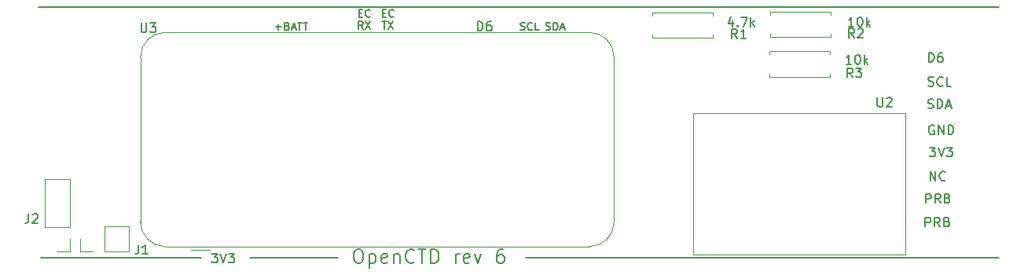
<source format=gbr>
%TF.GenerationSoftware,KiCad,Pcbnew,6.0.0-rc1-unknown-5bf9bd3ebb~144~ubuntu20.04.1*%
%TF.CreationDate,2021-12-20T20:37:32+08:00*%
%TF.ProjectId,kicad-openctd,6b696361-642d-46f7-9065-6e6374642e6b,rev?*%
%TF.SameCoordinates,Original*%
%TF.FileFunction,Legend,Top*%
%TF.FilePolarity,Positive*%
%FSLAX46Y46*%
G04 Gerber Fmt 4.6, Leading zero omitted, Abs format (unit mm)*
G04 Created by KiCad (PCBNEW 6.0.0-rc1-unknown-5bf9bd3ebb~144~ubuntu20.04.1) date 2021-12-20 20:37:32*
%MOMM*%
%LPD*%
G01*
G04 APERTURE LIST*
%ADD10C,0.150000*%
%ADD11C,0.120000*%
G04 APERTURE END LIST*
D10*
X149750000Y-108000000D02*
X200750000Y-108000000D01*
X129500000Y-108000000D02*
X120000000Y-108000000D01*
X97250000Y-81000000D02*
X200750000Y-81000000D01*
X114750000Y-108000000D02*
X97500000Y-108000000D01*
X172045428Y-82375714D02*
X172045428Y-83042380D01*
X171807333Y-81994761D02*
X171569238Y-82709047D01*
X172188285Y-82709047D01*
X172569238Y-82947142D02*
X172616857Y-82994761D01*
X172569238Y-83042380D01*
X172521619Y-82994761D01*
X172569238Y-82947142D01*
X172569238Y-83042380D01*
X172950190Y-82042380D02*
X173616857Y-82042380D01*
X173188285Y-83042380D01*
X173997809Y-83042380D02*
X173997809Y-82042380D01*
X174093047Y-82661428D02*
X174378761Y-83042380D01*
X174378761Y-82375714D02*
X173997809Y-82756666D01*
X193083714Y-91832761D02*
X193226571Y-91880380D01*
X193464666Y-91880380D01*
X193559904Y-91832761D01*
X193607523Y-91785142D01*
X193655142Y-91689904D01*
X193655142Y-91594666D01*
X193607523Y-91499428D01*
X193559904Y-91451809D01*
X193464666Y-91404190D01*
X193274190Y-91356571D01*
X193178952Y-91308952D01*
X193131333Y-91261333D01*
X193083714Y-91166095D01*
X193083714Y-91070857D01*
X193131333Y-90975619D01*
X193178952Y-90928000D01*
X193274190Y-90880380D01*
X193512285Y-90880380D01*
X193655142Y-90928000D01*
X194083714Y-91880380D02*
X194083714Y-90880380D01*
X194321809Y-90880380D01*
X194464666Y-90928000D01*
X194559904Y-91023238D01*
X194607523Y-91118476D01*
X194655142Y-91308952D01*
X194655142Y-91451809D01*
X194607523Y-91642285D01*
X194559904Y-91737523D01*
X194464666Y-91832761D01*
X194321809Y-91880380D01*
X194083714Y-91880380D01*
X195036095Y-91594666D02*
X195512285Y-91594666D01*
X194940857Y-91880380D02*
X195274190Y-90880380D01*
X195607523Y-91880380D01*
X134302571Y-81598857D02*
X134569238Y-81598857D01*
X134683523Y-82017904D02*
X134302571Y-82017904D01*
X134302571Y-81217904D01*
X134683523Y-81217904D01*
X135483523Y-81941714D02*
X135445428Y-81979809D01*
X135331142Y-82017904D01*
X135254952Y-82017904D01*
X135140666Y-81979809D01*
X135064476Y-81903619D01*
X135026380Y-81827428D01*
X134988285Y-81675047D01*
X134988285Y-81560761D01*
X135026380Y-81408380D01*
X135064476Y-81332190D01*
X135140666Y-81256000D01*
X135254952Y-81217904D01*
X135331142Y-81217904D01*
X135445428Y-81256000D01*
X135483523Y-81294095D01*
X134264476Y-82505904D02*
X134721619Y-82505904D01*
X134493047Y-83305904D02*
X134493047Y-82505904D01*
X134912095Y-82505904D02*
X135445428Y-83305904D01*
X135445428Y-82505904D02*
X134912095Y-83305904D01*
X192794095Y-104616380D02*
X192794095Y-103616380D01*
X193175047Y-103616380D01*
X193270285Y-103664000D01*
X193317904Y-103711619D01*
X193365523Y-103806857D01*
X193365523Y-103949714D01*
X193317904Y-104044952D01*
X193270285Y-104092571D01*
X193175047Y-104140190D01*
X192794095Y-104140190D01*
X194365523Y-104616380D02*
X194032190Y-104140190D01*
X193794095Y-104616380D02*
X193794095Y-103616380D01*
X194175047Y-103616380D01*
X194270285Y-103664000D01*
X194317904Y-103711619D01*
X194365523Y-103806857D01*
X194365523Y-103949714D01*
X194317904Y-104044952D01*
X194270285Y-104092571D01*
X194175047Y-104140190D01*
X193794095Y-104140190D01*
X195127428Y-104092571D02*
X195270285Y-104140190D01*
X195317904Y-104187809D01*
X195365523Y-104283047D01*
X195365523Y-104425904D01*
X195317904Y-104521142D01*
X195270285Y-104568761D01*
X195175047Y-104616380D01*
X194794095Y-104616380D01*
X194794095Y-103616380D01*
X195127428Y-103616380D01*
X195222666Y-103664000D01*
X195270285Y-103711619D01*
X195317904Y-103806857D01*
X195317904Y-103902095D01*
X195270285Y-103997333D01*
X195222666Y-104044952D01*
X195127428Y-104092571D01*
X194794095Y-104092571D01*
X149161619Y-83377809D02*
X149275904Y-83415904D01*
X149466380Y-83415904D01*
X149542571Y-83377809D01*
X149580666Y-83339714D01*
X149618761Y-83263523D01*
X149618761Y-83187333D01*
X149580666Y-83111142D01*
X149542571Y-83073047D01*
X149466380Y-83034952D01*
X149314000Y-82996857D01*
X149237809Y-82958761D01*
X149199714Y-82920666D01*
X149161619Y-82844476D01*
X149161619Y-82768285D01*
X149199714Y-82692095D01*
X149237809Y-82654000D01*
X149314000Y-82615904D01*
X149504476Y-82615904D01*
X149618761Y-82654000D01*
X150418761Y-83339714D02*
X150380666Y-83377809D01*
X150266380Y-83415904D01*
X150190190Y-83415904D01*
X150075904Y-83377809D01*
X149999714Y-83301619D01*
X149961619Y-83225428D01*
X149923523Y-83073047D01*
X149923523Y-82958761D01*
X149961619Y-82806380D01*
X149999714Y-82730190D01*
X150075904Y-82654000D01*
X150190190Y-82615904D01*
X150266380Y-82615904D01*
X150380666Y-82654000D01*
X150418761Y-82692095D01*
X151142571Y-83415904D02*
X150761619Y-83415904D01*
X150761619Y-82615904D01*
X115911904Y-107502380D02*
X116530952Y-107502380D01*
X116197619Y-107883333D01*
X116340476Y-107883333D01*
X116435714Y-107930952D01*
X116483333Y-107978571D01*
X116530952Y-108073809D01*
X116530952Y-108311904D01*
X116483333Y-108407142D01*
X116435714Y-108454761D01*
X116340476Y-108502380D01*
X116054761Y-108502380D01*
X115959523Y-108454761D01*
X115911904Y-108407142D01*
X116816666Y-107502380D02*
X117150000Y-108502380D01*
X117483333Y-107502380D01*
X117721428Y-107502380D02*
X118340476Y-107502380D01*
X118007142Y-107883333D01*
X118150000Y-107883333D01*
X118245238Y-107930952D01*
X118292857Y-107978571D01*
X118340476Y-108073809D01*
X118340476Y-108311904D01*
X118292857Y-108407142D01*
X118245238Y-108454761D01*
X118150000Y-108502380D01*
X117864285Y-108502380D01*
X117769047Y-108454761D01*
X117721428Y-108407142D01*
X193736095Y-93728000D02*
X193640857Y-93680380D01*
X193498000Y-93680380D01*
X193355142Y-93728000D01*
X193259904Y-93823238D01*
X193212285Y-93918476D01*
X193164666Y-94108952D01*
X193164666Y-94251809D01*
X193212285Y-94442285D01*
X193259904Y-94537523D01*
X193355142Y-94632761D01*
X193498000Y-94680380D01*
X193593238Y-94680380D01*
X193736095Y-94632761D01*
X193783714Y-94585142D01*
X193783714Y-94251809D01*
X193593238Y-94251809D01*
X194212285Y-94680380D02*
X194212285Y-93680380D01*
X194783714Y-94680380D01*
X194783714Y-93680380D01*
X195259904Y-94680380D02*
X195259904Y-93680380D01*
X195498000Y-93680380D01*
X195640857Y-93728000D01*
X195736095Y-93823238D01*
X195783714Y-93918476D01*
X195831333Y-94108952D01*
X195831333Y-94251809D01*
X195783714Y-94442285D01*
X195736095Y-94537523D01*
X195640857Y-94632761D01*
X195498000Y-94680380D01*
X195259904Y-94680380D01*
X193159904Y-86880380D02*
X193159904Y-85880380D01*
X193398000Y-85880380D01*
X193540857Y-85928000D01*
X193636095Y-86023238D01*
X193683714Y-86118476D01*
X193731333Y-86308952D01*
X193731333Y-86451809D01*
X193683714Y-86642285D01*
X193636095Y-86737523D01*
X193540857Y-86832761D01*
X193398000Y-86880380D01*
X193159904Y-86880380D01*
X194588476Y-85880380D02*
X194398000Y-85880380D01*
X194302761Y-85928000D01*
X194255142Y-85975619D01*
X194159904Y-86118476D01*
X194112285Y-86308952D01*
X194112285Y-86689904D01*
X194159904Y-86785142D01*
X194207523Y-86832761D01*
X194302761Y-86880380D01*
X194493238Y-86880380D01*
X194588476Y-86832761D01*
X194636095Y-86785142D01*
X194683714Y-86689904D01*
X194683714Y-86451809D01*
X194636095Y-86356571D01*
X194588476Y-86308952D01*
X194493238Y-86261333D01*
X194302761Y-86261333D01*
X194207523Y-86308952D01*
X194159904Y-86356571D01*
X194112285Y-86451809D01*
X131600000Y-107048571D02*
X131885714Y-107048571D01*
X132028571Y-107120000D01*
X132171428Y-107262857D01*
X132242857Y-107548571D01*
X132242857Y-108048571D01*
X132171428Y-108334285D01*
X132028571Y-108477142D01*
X131885714Y-108548571D01*
X131600000Y-108548571D01*
X131457142Y-108477142D01*
X131314285Y-108334285D01*
X131242857Y-108048571D01*
X131242857Y-107548571D01*
X131314285Y-107262857D01*
X131457142Y-107120000D01*
X131600000Y-107048571D01*
X132885714Y-107548571D02*
X132885714Y-109048571D01*
X132885714Y-107620000D02*
X133028571Y-107548571D01*
X133314285Y-107548571D01*
X133457142Y-107620000D01*
X133528571Y-107691428D01*
X133600000Y-107834285D01*
X133600000Y-108262857D01*
X133528571Y-108405714D01*
X133457142Y-108477142D01*
X133314285Y-108548571D01*
X133028571Y-108548571D01*
X132885714Y-108477142D01*
X134814285Y-108477142D02*
X134671428Y-108548571D01*
X134385714Y-108548571D01*
X134242857Y-108477142D01*
X134171428Y-108334285D01*
X134171428Y-107762857D01*
X134242857Y-107620000D01*
X134385714Y-107548571D01*
X134671428Y-107548571D01*
X134814285Y-107620000D01*
X134885714Y-107762857D01*
X134885714Y-107905714D01*
X134171428Y-108048571D01*
X135528571Y-107548571D02*
X135528571Y-108548571D01*
X135528571Y-107691428D02*
X135600000Y-107620000D01*
X135742857Y-107548571D01*
X135957142Y-107548571D01*
X136100000Y-107620000D01*
X136171428Y-107762857D01*
X136171428Y-108548571D01*
X137742857Y-108405714D02*
X137671428Y-108477142D01*
X137457142Y-108548571D01*
X137314285Y-108548571D01*
X137100000Y-108477142D01*
X136957142Y-108334285D01*
X136885714Y-108191428D01*
X136814285Y-107905714D01*
X136814285Y-107691428D01*
X136885714Y-107405714D01*
X136957142Y-107262857D01*
X137100000Y-107120000D01*
X137314285Y-107048571D01*
X137457142Y-107048571D01*
X137671428Y-107120000D01*
X137742857Y-107191428D01*
X138171428Y-107048571D02*
X139028571Y-107048571D01*
X138600000Y-108548571D02*
X138600000Y-107048571D01*
X139528571Y-108548571D02*
X139528571Y-107048571D01*
X139885714Y-107048571D01*
X140100000Y-107120000D01*
X140242857Y-107262857D01*
X140314285Y-107405714D01*
X140385714Y-107691428D01*
X140385714Y-107905714D01*
X140314285Y-108191428D01*
X140242857Y-108334285D01*
X140100000Y-108477142D01*
X139885714Y-108548571D01*
X139528571Y-108548571D01*
X142171428Y-108548571D02*
X142171428Y-107548571D01*
X142171428Y-107834285D02*
X142242857Y-107691428D01*
X142314285Y-107620000D01*
X142457142Y-107548571D01*
X142600000Y-107548571D01*
X143671428Y-108477142D02*
X143528571Y-108548571D01*
X143242857Y-108548571D01*
X143100000Y-108477142D01*
X143028571Y-108334285D01*
X143028571Y-107762857D01*
X143100000Y-107620000D01*
X143242857Y-107548571D01*
X143528571Y-107548571D01*
X143671428Y-107620000D01*
X143742857Y-107762857D01*
X143742857Y-107905714D01*
X143028571Y-108048571D01*
X144242857Y-107548571D02*
X144600000Y-108548571D01*
X144957142Y-107548571D01*
X147314285Y-107048571D02*
X147028571Y-107048571D01*
X146885714Y-107120000D01*
X146814285Y-107191428D01*
X146671428Y-107405714D01*
X146600000Y-107691428D01*
X146600000Y-108262857D01*
X146671428Y-108405714D01*
X146742857Y-108477142D01*
X146885714Y-108548571D01*
X147171428Y-108548571D01*
X147314285Y-108477142D01*
X147385714Y-108405714D01*
X147457142Y-108262857D01*
X147457142Y-107905714D01*
X147385714Y-107762857D01*
X147314285Y-107691428D01*
X147171428Y-107620000D01*
X146885714Y-107620000D01*
X146742857Y-107691428D01*
X146671428Y-107762857D01*
X146600000Y-107905714D01*
X151936571Y-83377809D02*
X152050857Y-83415904D01*
X152241333Y-83415904D01*
X152317523Y-83377809D01*
X152355619Y-83339714D01*
X152393714Y-83263523D01*
X152393714Y-83187333D01*
X152355619Y-83111142D01*
X152317523Y-83073047D01*
X152241333Y-83034952D01*
X152088952Y-82996857D01*
X152012761Y-82958761D01*
X151974666Y-82920666D01*
X151936571Y-82844476D01*
X151936571Y-82768285D01*
X151974666Y-82692095D01*
X152012761Y-82654000D01*
X152088952Y-82615904D01*
X152279428Y-82615904D01*
X152393714Y-82654000D01*
X152736571Y-83415904D02*
X152736571Y-82615904D01*
X152927047Y-82615904D01*
X153041333Y-82654000D01*
X153117523Y-82730190D01*
X153155619Y-82806380D01*
X153193714Y-82958761D01*
X153193714Y-83073047D01*
X153155619Y-83225428D01*
X153117523Y-83301619D01*
X153041333Y-83377809D01*
X152927047Y-83415904D01*
X152736571Y-83415904D01*
X153498476Y-83187333D02*
X153879428Y-83187333D01*
X153422285Y-83415904D02*
X153688952Y-82615904D01*
X153955619Y-83415904D01*
X193107523Y-89432761D02*
X193250380Y-89480380D01*
X193488476Y-89480380D01*
X193583714Y-89432761D01*
X193631333Y-89385142D01*
X193678952Y-89289904D01*
X193678952Y-89194666D01*
X193631333Y-89099428D01*
X193583714Y-89051809D01*
X193488476Y-89004190D01*
X193298000Y-88956571D01*
X193202761Y-88908952D01*
X193155142Y-88861333D01*
X193107523Y-88766095D01*
X193107523Y-88670857D01*
X193155142Y-88575619D01*
X193202761Y-88528000D01*
X193298000Y-88480380D01*
X193536095Y-88480380D01*
X193678952Y-88528000D01*
X194678952Y-89385142D02*
X194631333Y-89432761D01*
X194488476Y-89480380D01*
X194393238Y-89480380D01*
X194250380Y-89432761D01*
X194155142Y-89337523D01*
X194107523Y-89242285D01*
X194059904Y-89051809D01*
X194059904Y-88908952D01*
X194107523Y-88718476D01*
X194155142Y-88623238D01*
X194250380Y-88528000D01*
X194393238Y-88480380D01*
X194488476Y-88480380D01*
X194631333Y-88528000D01*
X194678952Y-88575619D01*
X195583714Y-89480380D02*
X195107523Y-89480380D01*
X195107523Y-88480380D01*
X192836095Y-102080380D02*
X192836095Y-101080380D01*
X193217047Y-101080380D01*
X193312285Y-101128000D01*
X193359904Y-101175619D01*
X193407523Y-101270857D01*
X193407523Y-101413714D01*
X193359904Y-101508952D01*
X193312285Y-101556571D01*
X193217047Y-101604190D01*
X192836095Y-101604190D01*
X194407523Y-102080380D02*
X194074190Y-101604190D01*
X193836095Y-102080380D02*
X193836095Y-101080380D01*
X194217047Y-101080380D01*
X194312285Y-101128000D01*
X194359904Y-101175619D01*
X194407523Y-101270857D01*
X194407523Y-101413714D01*
X194359904Y-101508952D01*
X194312285Y-101556571D01*
X194217047Y-101604190D01*
X193836095Y-101604190D01*
X195169428Y-101556571D02*
X195312285Y-101604190D01*
X195359904Y-101651809D01*
X195407523Y-101747047D01*
X195407523Y-101889904D01*
X195359904Y-101985142D01*
X195312285Y-102032761D01*
X195217047Y-102080380D01*
X194836095Y-102080380D01*
X194836095Y-101080380D01*
X195169428Y-101080380D01*
X195264666Y-101128000D01*
X195312285Y-101175619D01*
X195359904Y-101270857D01*
X195359904Y-101366095D01*
X195312285Y-101461333D01*
X195264666Y-101508952D01*
X195169428Y-101556571D01*
X194836095Y-101556571D01*
X144549904Y-83510380D02*
X144549904Y-82510380D01*
X144788000Y-82510380D01*
X144930857Y-82558000D01*
X145026095Y-82653238D01*
X145073714Y-82748476D01*
X145121333Y-82938952D01*
X145121333Y-83081809D01*
X145073714Y-83272285D01*
X145026095Y-83367523D01*
X144930857Y-83462761D01*
X144788000Y-83510380D01*
X144549904Y-83510380D01*
X145978476Y-82510380D02*
X145788000Y-82510380D01*
X145692761Y-82558000D01*
X145645142Y-82605619D01*
X145549904Y-82748476D01*
X145502285Y-82938952D01*
X145502285Y-83319904D01*
X145549904Y-83415142D01*
X145597523Y-83462761D01*
X145692761Y-83510380D01*
X145883238Y-83510380D01*
X145978476Y-83462761D01*
X146026095Y-83415142D01*
X146073714Y-83319904D01*
X146073714Y-83081809D01*
X146026095Y-82986571D01*
X145978476Y-82938952D01*
X145883238Y-82891333D01*
X145692761Y-82891333D01*
X145597523Y-82938952D01*
X145549904Y-82986571D01*
X145502285Y-83081809D01*
X193259904Y-96080380D02*
X193878952Y-96080380D01*
X193545619Y-96461333D01*
X193688476Y-96461333D01*
X193783714Y-96508952D01*
X193831333Y-96556571D01*
X193878952Y-96651809D01*
X193878952Y-96889904D01*
X193831333Y-96985142D01*
X193783714Y-97032761D01*
X193688476Y-97080380D01*
X193402761Y-97080380D01*
X193307523Y-97032761D01*
X193259904Y-96985142D01*
X194164666Y-96080380D02*
X194498000Y-97080380D01*
X194831333Y-96080380D01*
X195069428Y-96080380D02*
X195688476Y-96080380D01*
X195355142Y-96461333D01*
X195498000Y-96461333D01*
X195593238Y-96508952D01*
X195640857Y-96556571D01*
X195688476Y-96651809D01*
X195688476Y-96889904D01*
X195640857Y-96985142D01*
X195593238Y-97032761D01*
X195498000Y-97080380D01*
X195212285Y-97080380D01*
X195117047Y-97032761D01*
X195069428Y-96985142D01*
X193312285Y-99680380D02*
X193312285Y-98680380D01*
X193883714Y-99680380D01*
X193883714Y-98680380D01*
X194931333Y-99585142D02*
X194883714Y-99632761D01*
X194740857Y-99680380D01*
X194645619Y-99680380D01*
X194502761Y-99632761D01*
X194407523Y-99537523D01*
X194359904Y-99442285D01*
X194312285Y-99251809D01*
X194312285Y-99108952D01*
X194359904Y-98918476D01*
X194407523Y-98823238D01*
X194502761Y-98728000D01*
X194645619Y-98680380D01*
X194740857Y-98680380D01*
X194883714Y-98728000D01*
X194931333Y-98775619D01*
X184828761Y-87106380D02*
X184257333Y-87106380D01*
X184543047Y-87106380D02*
X184543047Y-86106380D01*
X184447809Y-86249238D01*
X184352571Y-86344476D01*
X184257333Y-86392095D01*
X185447809Y-86106380D02*
X185543047Y-86106380D01*
X185638285Y-86154000D01*
X185685904Y-86201619D01*
X185733523Y-86296857D01*
X185781142Y-86487333D01*
X185781142Y-86725428D01*
X185733523Y-86915904D01*
X185685904Y-87011142D01*
X185638285Y-87058761D01*
X185543047Y-87106380D01*
X185447809Y-87106380D01*
X185352571Y-87058761D01*
X185304952Y-87011142D01*
X185257333Y-86915904D01*
X185209714Y-86725428D01*
X185209714Y-86487333D01*
X185257333Y-86296857D01*
X185304952Y-86201619D01*
X185352571Y-86154000D01*
X185447809Y-86106380D01*
X186209714Y-87106380D02*
X186209714Y-86106380D01*
X186304952Y-86725428D02*
X186590666Y-87106380D01*
X186590666Y-86439714D02*
X186209714Y-86820666D01*
X185078761Y-83034380D02*
X184507333Y-83034380D01*
X184793047Y-83034380D02*
X184793047Y-82034380D01*
X184697809Y-82177238D01*
X184602571Y-82272476D01*
X184507333Y-82320095D01*
X185697809Y-82034380D02*
X185793047Y-82034380D01*
X185888285Y-82082000D01*
X185935904Y-82129619D01*
X185983523Y-82224857D01*
X186031142Y-82415333D01*
X186031142Y-82653428D01*
X185983523Y-82843904D01*
X185935904Y-82939142D01*
X185888285Y-82986761D01*
X185793047Y-83034380D01*
X185697809Y-83034380D01*
X185602571Y-82986761D01*
X185554952Y-82939142D01*
X185507333Y-82843904D01*
X185459714Y-82653428D01*
X185459714Y-82415333D01*
X185507333Y-82224857D01*
X185554952Y-82129619D01*
X185602571Y-82082000D01*
X185697809Y-82034380D01*
X186459714Y-83034380D02*
X186459714Y-82034380D01*
X186554952Y-82653428D02*
X186840666Y-83034380D01*
X186840666Y-82367714D02*
X186459714Y-82748666D01*
X122802857Y-83115142D02*
X123412380Y-83115142D01*
X123107619Y-83419904D02*
X123107619Y-82810380D01*
X124060000Y-83000857D02*
X124174285Y-83038952D01*
X124212380Y-83077047D01*
X124250476Y-83153238D01*
X124250476Y-83267523D01*
X124212380Y-83343714D01*
X124174285Y-83381809D01*
X124098095Y-83419904D01*
X123793333Y-83419904D01*
X123793333Y-82619904D01*
X124060000Y-82619904D01*
X124136190Y-82658000D01*
X124174285Y-82696095D01*
X124212380Y-82772285D01*
X124212380Y-82848476D01*
X124174285Y-82924666D01*
X124136190Y-82962761D01*
X124060000Y-83000857D01*
X123793333Y-83000857D01*
X124555238Y-83191333D02*
X124936190Y-83191333D01*
X124479047Y-83419904D02*
X124745714Y-82619904D01*
X125012380Y-83419904D01*
X125164761Y-82619904D02*
X125621904Y-82619904D01*
X125393333Y-83419904D02*
X125393333Y-82619904D01*
X125774285Y-82619904D02*
X126231428Y-82619904D01*
X126002857Y-83419904D02*
X126002857Y-82619904D01*
X131762571Y-81598857D02*
X132029238Y-81598857D01*
X132143523Y-82017904D02*
X131762571Y-82017904D01*
X131762571Y-81217904D01*
X132143523Y-81217904D01*
X132943523Y-81941714D02*
X132905428Y-81979809D01*
X132791142Y-82017904D01*
X132714952Y-82017904D01*
X132600666Y-81979809D01*
X132524476Y-81903619D01*
X132486380Y-81827428D01*
X132448285Y-81675047D01*
X132448285Y-81560761D01*
X132486380Y-81408380D01*
X132524476Y-81332190D01*
X132600666Y-81256000D01*
X132714952Y-81217904D01*
X132791142Y-81217904D01*
X132905428Y-81256000D01*
X132943523Y-81294095D01*
X132200666Y-83305904D02*
X131934000Y-82924952D01*
X131743523Y-83305904D02*
X131743523Y-82505904D01*
X132048285Y-82505904D01*
X132124476Y-82544000D01*
X132162571Y-82582095D01*
X132200666Y-82658285D01*
X132200666Y-82772571D01*
X132162571Y-82848761D01*
X132124476Y-82886857D01*
X132048285Y-82924952D01*
X131743523Y-82924952D01*
X132467333Y-82505904D02*
X133000666Y-83305904D01*
X133000666Y-82505904D02*
X132467333Y-83305904D01*
%TO.C,R1*%
X172525333Y-84332380D02*
X172192000Y-83856190D01*
X171953904Y-84332380D02*
X171953904Y-83332380D01*
X172334857Y-83332380D01*
X172430095Y-83380000D01*
X172477714Y-83427619D01*
X172525333Y-83522857D01*
X172525333Y-83665714D01*
X172477714Y-83760952D01*
X172430095Y-83808571D01*
X172334857Y-83856190D01*
X171953904Y-83856190D01*
X173477714Y-84332380D02*
X172906285Y-84332380D01*
X173192000Y-84332380D02*
X173192000Y-83332380D01*
X173096761Y-83475238D01*
X173001523Y-83570476D01*
X172906285Y-83618095D01*
%TO.C,U3*%
X108318095Y-82677380D02*
X108318095Y-83486904D01*
X108365714Y-83582142D01*
X108413333Y-83629761D01*
X108508571Y-83677380D01*
X108699047Y-83677380D01*
X108794285Y-83629761D01*
X108841904Y-83582142D01*
X108889523Y-83486904D01*
X108889523Y-82677380D01*
X109270476Y-82677380D02*
X109889523Y-82677380D01*
X109556190Y-83058333D01*
X109699047Y-83058333D01*
X109794285Y-83105952D01*
X109841904Y-83153571D01*
X109889523Y-83248809D01*
X109889523Y-83486904D01*
X109841904Y-83582142D01*
X109794285Y-83629761D01*
X109699047Y-83677380D01*
X109413333Y-83677380D01*
X109318095Y-83629761D01*
X109270476Y-83582142D01*
%TO.C,U2*%
X187627095Y-90697380D02*
X187627095Y-91506904D01*
X187674714Y-91602142D01*
X187722333Y-91649761D01*
X187817571Y-91697380D01*
X188008047Y-91697380D01*
X188103285Y-91649761D01*
X188150904Y-91602142D01*
X188198523Y-91506904D01*
X188198523Y-90697380D01*
X188627095Y-90792619D02*
X188674714Y-90745000D01*
X188769952Y-90697380D01*
X189008047Y-90697380D01*
X189103285Y-90745000D01*
X189150904Y-90792619D01*
X189198523Y-90887857D01*
X189198523Y-90983095D01*
X189150904Y-91125952D01*
X188579476Y-91697380D01*
X189198523Y-91697380D01*
%TO.C,J1*%
X108016666Y-106582380D02*
X108016666Y-107296666D01*
X107969047Y-107439523D01*
X107873809Y-107534761D01*
X107730952Y-107582380D01*
X107635714Y-107582380D01*
X109016666Y-107582380D02*
X108445238Y-107582380D01*
X108730952Y-107582380D02*
X108730952Y-106582380D01*
X108635714Y-106725238D01*
X108540476Y-106820476D01*
X108445238Y-106868095D01*
%TO.C,J2*%
X96186666Y-103232380D02*
X96186666Y-103946666D01*
X96139047Y-104089523D01*
X96043809Y-104184761D01*
X95900952Y-104232380D01*
X95805714Y-104232380D01*
X96615238Y-103327619D02*
X96662857Y-103280000D01*
X96758095Y-103232380D01*
X96996190Y-103232380D01*
X97091428Y-103280000D01*
X97139047Y-103327619D01*
X97186666Y-103422857D01*
X97186666Y-103518095D01*
X97139047Y-103660952D01*
X96567619Y-104232380D01*
X97186666Y-104232380D01*
%TO.C,R3*%
X184981333Y-88534380D02*
X184648000Y-88058190D01*
X184409904Y-88534380D02*
X184409904Y-87534380D01*
X184790857Y-87534380D01*
X184886095Y-87582000D01*
X184933714Y-87629619D01*
X184981333Y-87724857D01*
X184981333Y-87867714D01*
X184933714Y-87962952D01*
X184886095Y-88010571D01*
X184790857Y-88058190D01*
X184409904Y-88058190D01*
X185314666Y-87534380D02*
X185933714Y-87534380D01*
X185600380Y-87915333D01*
X185743238Y-87915333D01*
X185838476Y-87962952D01*
X185886095Y-88010571D01*
X185933714Y-88105809D01*
X185933714Y-88343904D01*
X185886095Y-88439142D01*
X185838476Y-88486761D01*
X185743238Y-88534380D01*
X185457523Y-88534380D01*
X185362285Y-88486761D01*
X185314666Y-88439142D01*
%TO.C,R2*%
X185141333Y-84256380D02*
X184808000Y-83780190D01*
X184569904Y-84256380D02*
X184569904Y-83256380D01*
X184950857Y-83256380D01*
X185046095Y-83304000D01*
X185093714Y-83351619D01*
X185141333Y-83446857D01*
X185141333Y-83589714D01*
X185093714Y-83684952D01*
X185046095Y-83732571D01*
X184950857Y-83780190D01*
X184569904Y-83780190D01*
X185522285Y-83351619D02*
X185569904Y-83304000D01*
X185665142Y-83256380D01*
X185903238Y-83256380D01*
X185998476Y-83304000D01*
X186046095Y-83351619D01*
X186093714Y-83446857D01*
X186093714Y-83542095D01*
X186046095Y-83684952D01*
X185474666Y-84256380D01*
X186093714Y-84256380D01*
D11*
%TO.C,R1*%
X163334000Y-84270000D02*
X169874000Y-84270000D01*
X163334000Y-81860000D02*
X163334000Y-81530000D01*
X169874000Y-81530000D02*
X169874000Y-81860000D01*
X163334000Y-81530000D02*
X169874000Y-81530000D01*
X163334000Y-83940000D02*
X163334000Y-84270000D01*
X169874000Y-84270000D02*
X169874000Y-83940000D01*
%TO.C,U3*%
X110890000Y-83685000D02*
X156610000Y-83685000D01*
X110890000Y-106765000D02*
X156610000Y-106765000D01*
X115700000Y-107085000D02*
X113700000Y-107085000D01*
X108240000Y-86335000D02*
X108240000Y-104115000D01*
X159260000Y-86335000D02*
X159260000Y-104115000D01*
X108240000Y-104115000D02*
G75*
G03*
X110890000Y-106765000I2650000J0D01*
G01*
X159260000Y-86335000D02*
G75*
G03*
X156610000Y-83685000I-2650000J0D01*
G01*
X110890000Y-83685000D02*
G75*
G03*
X108240000Y-86335000I0J-2650000D01*
G01*
X156610000Y-106765000D02*
G75*
G03*
X159260000Y-104115000I0J2650000D01*
G01*
%TO.C,U2*%
X167815000Y-92399000D02*
X190675000Y-92399000D01*
X190675000Y-92399000D02*
X190675000Y-107639000D01*
X190675000Y-107639000D02*
X167815000Y-107639000D01*
X167815000Y-107639000D02*
X167815000Y-92399000D01*
%TO.C,J1*%
X101770000Y-107280000D02*
X101770000Y-105950000D01*
X104370000Y-107280000D02*
X104370000Y-104620000D01*
X104370000Y-104620000D02*
X106970000Y-104620000D01*
X103100000Y-107280000D02*
X101770000Y-107280000D01*
X106970000Y-107280000D02*
X106970000Y-104620000D01*
X104370000Y-107280000D02*
X106970000Y-107280000D01*
%TO.C,J2*%
X100600000Y-104680000D02*
X100600000Y-99540000D01*
X100600000Y-107280000D02*
X99270000Y-107280000D01*
X100600000Y-104680000D02*
X97940000Y-104680000D01*
X100600000Y-99540000D02*
X97940000Y-99540000D01*
X97940000Y-104680000D02*
X97940000Y-99540000D01*
X100600000Y-105950000D02*
X100600000Y-107280000D01*
%TO.C,R3*%
X182538000Y-85716000D02*
X182538000Y-86046000D01*
X175998000Y-85716000D02*
X182538000Y-85716000D01*
X182538000Y-88456000D02*
X182538000Y-88126000D01*
X175998000Y-88456000D02*
X182538000Y-88456000D01*
X175998000Y-86046000D02*
X175998000Y-85716000D01*
X175998000Y-88126000D02*
X175998000Y-88456000D01*
%TO.C,R2*%
X176054000Y-81446000D02*
X182594000Y-81446000D01*
X176054000Y-84186000D02*
X182594000Y-84186000D01*
X176054000Y-81776000D02*
X176054000Y-81446000D01*
X182594000Y-84186000D02*
X182594000Y-83856000D01*
X182594000Y-81446000D02*
X182594000Y-81776000D01*
X176054000Y-83856000D02*
X176054000Y-84186000D01*
%TD*%
M02*

</source>
